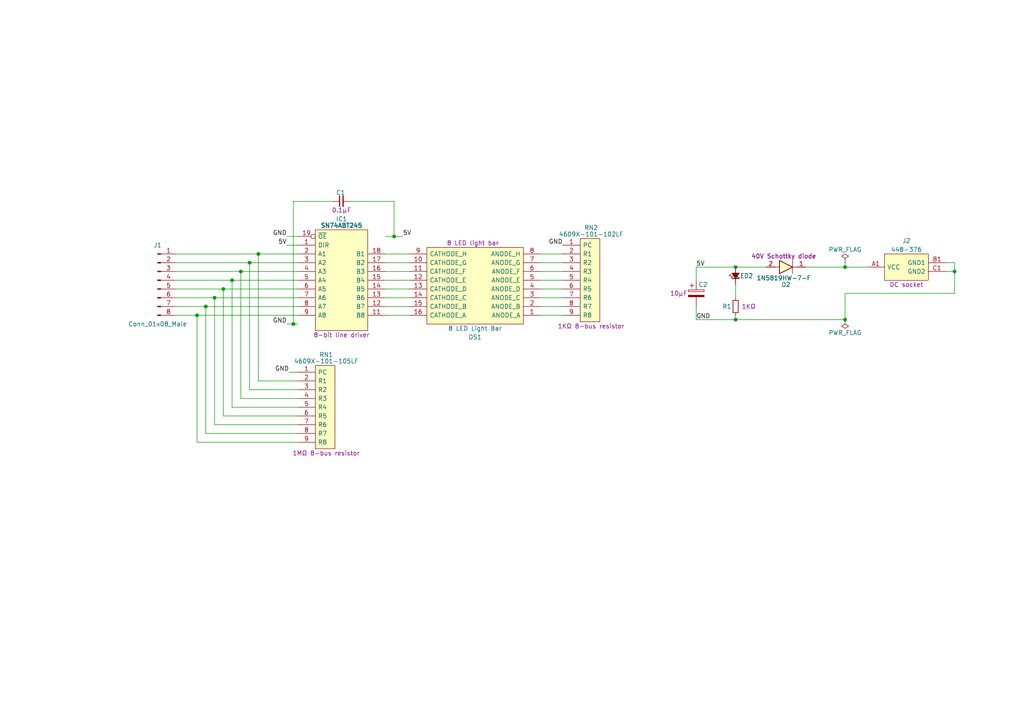
<source format=kicad_sch>
(kicad_sch (version 20211123) (generator eeschema)
  (paper "A4")
  (lib_symbols
    (symbol "Bourns:4609X-101-102LF" (pin_names (offset 0.762))
      (property "Reference" "RN" (at 8.255 5.08 0))
      (property "Value" "4609X-101-102LF" (at 8.255 3.175 0))
      (property "Description" "1KΩ 8-bus resistor" (at 8.255 -23.495 0))
      (symbol "4609X-101-102LF_0_0"
        (pin passive line (at 0 0 0) (length 5.08) (name "PC") (number "1"))
        (pin passive line (at 0 -2.54 0) (length 5.08) (name "R1") (number "2"))
        (pin passive line (at 0 -5.08 0) (length 5.08) (name "R2") (number "3"))
        (pin passive line (at 0 -7.62 0) (length 5.08) (name "R3") (number "4"))
        (pin passive line (at 0 -10.16 0) (length 5.08) (name "R4") (number "5"))
        (pin passive line (at 0 -12.7 0) (length 5.08) (name "R5") (number "6"))
        (pin passive line (at 0 -15.24 0) (length 5.08) (name "R6") (number "7"))
        (pin passive line (at 0 -17.78 0) (length 5.08) (name "R7") (number "8"))
        (pin passive line (at 0 -20.32 0) (length 5.08) (name "R8") (number "9"))
      )
      (symbol "4609X-101-102LF_0_1"
        (polyline (pts (xy 5.08 1.905) (xy 10.795 1.905) (xy 10.795 -22.225) (xy 5.08 -22.225) (xy 5.08 1.905)) (stroke (width 0.1524)) (fill (type background)))
      )
    )
    (symbol "Bourns:4609X-101-105LF" (pin_names (offset 0.762))
      (property "Reference" "RN" (at 8.255 5.08 0))
      (property "Value" "4609X-101-105LF" (at 8.255 3.175 0))
      (property "Description" "1MΩ 8-bus resistor" (at 8.255 -23.495 0))
      (symbol "4609X-101-105LF_0_0"
        (pin passive line (at 0 0 0) (length 5.08) (name "PC") (number "1"))
        (pin passive line (at 0 -2.54 0) (length 5.08) (name "R1") (number "2"))
        (pin passive line (at 0 -5.08 0) (length 5.08) (name "R2") (number "3"))
        (pin passive line (at 0 -7.62 0) (length 5.08) (name "R3") (number "4"))
        (pin passive line (at 0 -10.16 0) (length 5.08) (name "R4") (number "5"))
        (pin passive line (at 0 -12.7 0) (length 5.08) (name "R5") (number "6"))
        (pin passive line (at 0 -15.24 0) (length 5.08) (name "R6") (number "7"))
        (pin passive line (at 0 -17.78 0) (length 5.08) (name "R7") (number "8"))
        (pin passive line (at 0 -20.32 0) (length 5.08) (name "R8") (number "9"))
      )
      (symbol "4609X-101-105LF_0_1"
        (polyline (pts (xy 5.08 1.905) (xy 10.795 1.905) (xy 10.795 -22.225) (xy 5.08 -22.225) (xy 5.08 1.905)) (stroke (width 0.1524)) (fill (type background)))
      )
    )
    (symbol "Connector:Conn_01x08_Male" (pin_names (offset 1.016) hide)
      (property "Reference" "J" (at 0 10.16 0))
      (property "Value" "Conn_01x08_Male" (at 0 -12.7 0))
      (symbol "Conn_01x08_Male_1_1"
        (polyline (pts (xy 1.27 -10.16) (xy 0.8636 -10.16)) (stroke (width 0.1524)))
        (polyline (pts (xy 1.27 -7.62) (xy 0.8636 -7.62)) (stroke (width 0.1524)))
        (polyline (pts (xy 1.27 -5.08) (xy 0.8636 -5.08)) (stroke (width 0.1524)))
        (polyline (pts (xy 1.27 -2.54) (xy 0.8636 -2.54)) (stroke (width 0.1524)))
        (polyline (pts (xy 1.27 0) (xy 0.8636 0)) (stroke (width 0.1524)))
        (polyline (pts (xy 1.27 2.54) (xy 0.8636 2.54)) (stroke (width 0.1524)))
        (polyline (pts (xy 1.27 5.08) (xy 0.8636 5.08)) (stroke (width 0.1524)))
        (polyline (pts (xy 1.27 7.62) (xy 0.8636 7.62)) (stroke (width 0.1524)))
        (rectangle (start 0.8636 -10.033) (end 0 -10.287) (stroke (width 0.1524)) (fill (type outline)))
        (rectangle (start 0.8636 -7.493) (end 0 -7.747) (stroke (width 0.1524)) (fill (type outline)))
        (rectangle (start 0.8636 -4.953) (end 0 -5.207) (stroke (width 0.1524)) (fill (type outline)))
        (rectangle (start 0.8636 -2.413) (end 0 -2.667) (stroke (width 0.1524)) (fill (type outline)))
        (rectangle (start 0.8636 0.127) (end 0 -0.127) (stroke (width 0.1524)) (fill (type outline)))
        (rectangle (start 0.8636 2.667) (end 0 2.413) (stroke (width 0.1524)) (fill (type outline)))
        (rectangle (start 0.8636 5.207) (end 0 4.953) (stroke (width 0.1524)) (fill (type outline)))
        (rectangle (start 0.8636 7.747) (end 0 7.493) (stroke (width 0.1524)) (fill (type outline)))
        (pin passive line (at 5.08 7.62 180) (length 3.81) (name "Pin_1") (number "1"))
        (pin passive line (at 5.08 5.08 180) (length 3.81) (name "Pin_2") (number "2"))
        (pin passive line (at 5.08 2.54 180) (length 3.81) (name "Pin_3") (number "3"))
        (pin passive line (at 5.08 0 180) (length 3.81) (name "Pin_4") (number "4"))
        (pin passive line (at 5.08 -2.54 180) (length 3.81) (name "Pin_5") (number "5"))
        (pin passive line (at 5.08 -5.08 180) (length 3.81) (name "Pin_6") (number "6"))
        (pin passive line (at 5.08 -7.62 180) (length 3.81) (name "Pin_7") (number "7"))
        (pin passive line (at 5.08 -10.16 180) (length 3.81) (name "Pin_8") (number "8"))
      )
    )
    (symbol "Device:C_Polarized" (pin_numbers hide) (pin_names (offset 0.254))
      (property "Reference" "C" (at 0.635 2.54 0))
      (property "Value" "C_Polarized" (at 0.635 -2.54 0))
      (symbol "C_Polarized_0_1"
        (rectangle (start -2.286 0.508) (end 2.286 1.016))
        (polyline (pts (xy -1.778 2.286) (xy -0.762 2.286)))
        (polyline (pts (xy -1.27 2.794) (xy -1.27 1.778)))
        (rectangle (start 2.286 -0.508) (end -2.286 -1.016) (fill (type outline)))
      )
      (symbol "C_Polarized_1_1"
        (pin passive line (at 0 3.81 270) (length 2.794) (name "~") (number "1"))
        (pin passive line (at 0 -3.81 90) (length 2.794) (name "~") (number "2"))
      )
    )
    (symbol "Device:LED_Small_Filled" (pin_numbers hide) (pin_names (offset 0.254) hide)
      (property "Reference" "D" (at -1.27 3.175 0))
      (property "Value" "LED_Small_Filled" (at -4.445 -2.54 0))
      (symbol "LED_Small_Filled_0_1"
        (polyline (pts (xy -0.762 -1.016) (xy -0.762 1.016)) (stroke (width 0.254)))
        (polyline (pts (xy 1.016 0) (xy -0.762 0)))
        (polyline (pts (xy 0.762 -1.016) (xy -0.762 0) (xy 0.762 1.016) (xy 0.762 -1.016)) (stroke (width 0.254)) (fill (type outline)))
        (polyline (pts (xy 0 0.762) (xy -0.508 1.27) (xy -0.254 1.27) (xy -0.508 1.27) (xy -0.508 1.016)))
        (polyline (pts (xy 0.508 1.27) (xy 0 1.778) (xy 0.254 1.778) (xy 0 1.778) (xy 0 1.524)))
      )
      (symbol "LED_Small_Filled_1_1"
        (pin passive line (at -2.54 0 0) (length 1.778) (name "K") (number "1"))
        (pin passive line (at 2.54 0 180) (length 1.778) (name "A") (number "2"))
      )
    )
    (symbol "Diodes_Inc:1N5819HW-7-F" (pin_names (offset 0.762))
      (property "Reference" "D" (at 5.715 5.08 0))
      (property "Value" "1N5819HW-7-F" (at 6.35 3.175 0))
      (property "Description" "40V Schottky diode" (at 6.35 -3.175 0))
      (symbol "1N5819HW-7-F_0_0"
        (pin passive line (at 0 0 0) (length 2.54) (name "~") (number "1"))
        (pin passive line (at 11.43 0 180) (length 2.54) (name "~") (number "2"))
      )
      (symbol "1N5819HW-7-F_0_1"
        (polyline (pts (xy 2.54 0) (xy 3.81 0)) (stroke (width 0.1524)))
        (polyline (pts (xy 3.81 1.905) (xy 3.81 -1.905)) (stroke (width 0.1524)))
        (polyline (pts (xy 7.62 0) (xy 8.89 0)) (stroke (width 0.1524)))
        (polyline (pts (xy 3.81 0) (xy 7.62 1.905) (xy 7.62 -1.905) (xy 3.81 0)) (stroke (width 0.254)) (fill (type background)))
      )
    )
    (symbol "HCP65:C_0805" (pin_numbers hide) (pin_names (offset 0.254) hide)
      (property "Reference" "C" (at 2.286 2.54 0))
      (property "Description" "?μF" (at 2.54 -2.54 0))
      (symbol "C_0805_0_1"
        (polyline (pts (xy 1.9685 -1.4605) (xy 1.9685 1.5875)) (stroke (width 0.3048)))
        (polyline (pts (xy 2.9845 -1.4605) (xy 2.9845 1.5875)) (stroke (width 0.3302)))
      )
      (symbol "C_0805_1_1"
        (pin passive line (at 0 0 0) (length 2.032) (name "~") (number "1"))
        (pin passive line (at 5.08 0 180) (length 2.032) (name "~") (number "2"))
      )
    )
    (symbol "HCP65:R_0805" (pin_numbers hide) (pin_names hide)
      (property "Reference" "R" (at 2.54 1.778 0))
      (property "Description" "?Ω" (at 2.54 -2.032 0))
      (symbol "R_0805_0_1"
        (rectangle (start 0.762 0.762) (end 4.318 -0.762) (stroke (width 0.2032)))
      )
      (symbol "R_0805_1_1"
        (pin passive line (at 0 0 0) (length 0.72) (name "~") (number "1"))
        (pin passive line (at 5.08 0 180) (length 0.72) (name "~") (number "2"))
      )
    )
    (symbol "Osram:8 LED Light Bar" (pin_names (offset 0.762))
      (property "Reference" "DS" (at 19.05 6.35 0))
      (property "Value" "8 LED Light Bar" (at 19.05 3.81 0))
      (property "Description" "8 LED light bar" (at 19.685 -20.955 0))
      (symbol "8 LED Light Bar_0_0"
        (pin passive line (at 0 0 0) (length 5.08) (name "ANODE_A") (number "1"))
        (pin passive line (at 38.1 -15.24 180) (length 5.08) (name "CATHODE_G") (number "10"))
        (pin passive line (at 38.1 -12.7 180) (length 5.08) (name "CATHODE_F") (number "11"))
        (pin passive line (at 38.1 -10.16 180) (length 5.08) (name "CATHODE_E") (number "12"))
        (pin passive line (at 38.1 -7.62 180) (length 5.08) (name "CATHODE_D") (number "13"))
        (pin passive line (at 38.1 -5.08 180) (length 5.08) (name "CATHODE_C") (number "14"))
        (pin passive line (at 38.1 -2.54 180) (length 5.08) (name "CATHODE_B") (number "15"))
        (pin passive line (at 38.1 0 180) (length 5.08) (name "CATHODE_A") (number "16"))
        (pin passive line (at 0 -2.54 0) (length 5.08) (name "ANODE_B") (number "2"))
        (pin passive line (at 0 -5.08 0) (length 5.08) (name "ANODE_C") (number "3"))
        (pin passive line (at 0 -7.62 0) (length 5.08) (name "ANODE_D") (number "4"))
        (pin passive line (at 0 -10.16 0) (length 5.08) (name "ANODE_E") (number "5"))
        (pin passive line (at 0 -12.7 0) (length 5.08) (name "ANODE_F") (number "6"))
        (pin passive line (at 0 -15.24 0) (length 5.08) (name "ANODE_G") (number "7"))
        (pin passive line (at 0 -17.78 0) (length 5.08) (name "ANODE_H") (number "8"))
        (pin passive line (at 38.1 -17.78 180) (length 5.08) (name "CATHODE_H") (number "9"))
      )
      (symbol "8 LED Light Bar_0_1"
        (polyline (pts (xy 5.08 2.54) (xy 33.02 2.54) (xy 33.02 -19.685) (xy 5.08 -19.685) (xy 5.08 2.54)) (stroke (width 0.1524)) (fill (type background)))
      )
    )
    (symbol "RS_Components:448-376" (pin_names (offset 0.762))
      (property "Reference" "J" (at 11.43 6.35 0))
      (property "Value" "448-376" (at 11.43 3.81 0))
      (property "Description" "DC socket" (at 11.43 -6.35 0))
      (symbol "448-376_0_0"
        (pin passive line (at 0 -1.27 0) (length 5.08) (name "VCC") (number "A1"))
        (pin passive line (at 22.86 0 180) (length 5.08) (name "GND1") (number "B1"))
        (pin passive line (at 22.86 -2.54 180) (length 5.08) (name "GND2") (number "C1"))
      )
      (symbol "448-376_0_1"
        (polyline (pts (xy 5.08 2.54) (xy 17.78 2.54) (xy 17.78 -5.08) (xy 5.08 -5.08) (xy 5.08 2.54)) (stroke (width 0.1524)) (fill (type background)))
      )
    )
    (symbol "Texas_Instruments:SN74ABT245BDBR" (pin_names (offset 0.762))
      (property "Reference" "IC" (at 12.7 5.08 0))
      (property "Value" "SN74ABT245BDBR" (at 12.7 3.175 0))
      (property "Description" "8-bit line driver" (at 12.7 -28.575 0))
      (symbol "SN74ABT245BDBR_0_0"
        (pin input line (at 0 -2.54 0) (length 5.08) (name "DIR") (number "1"))
        (pin passive line (at 0 -25.4 0) (length 5.08) hide (name "GND") (number "10"))
        (pin bidirectional line (at 25.4 -22.86 180) (length 5.08) (name "B8") (number "11"))
        (pin bidirectional line (at 25.4 -20.32 180) (length 5.08) (name "B7") (number "12"))
        (pin bidirectional line (at 25.4 -17.78 180) (length 5.08) (name "B6") (number "13"))
        (pin bidirectional line (at 25.4 -15.24 180) (length 5.08) (name "B5") (number "14"))
        (pin bidirectional line (at 25.4 -12.7 180) (length 5.08) (name "B4") (number "15"))
        (pin bidirectional line (at 25.4 -10.16 180) (length 5.08) (name "B3") (number "16"))
        (pin bidirectional line (at 25.4 -7.62 180) (length 5.08) (name "B2") (number "17"))
        (pin bidirectional line (at 25.4 -5.08 180) (length 5.08) (name "B1") (number "18"))
        (pin input inverted (at 0 0 0) (length 5.08) (name "~{OE}") (number "19"))
        (pin bidirectional line (at 0 -5.08 0) (length 5.08) (name "A1") (number "2"))
        (pin passive line (at 25.4 0 180) (length 5.08) hide (name "5V") (number "20"))
        (pin bidirectional line (at 0 -7.62 0) (length 5.08) (name "A2") (number "3"))
        (pin bidirectional line (at 0 -10.16 0) (length 5.08) (name "A3") (number "4"))
        (pin bidirectional line (at 0 -12.7 0) (length 5.08) (name "A4") (number "5"))
        (pin bidirectional line (at 0 -15.24 0) (length 5.08) (name "A5") (number "6"))
        (pin bidirectional line (at 0 -17.78 0) (length 5.08) (name "A6") (number "7"))
        (pin bidirectional line (at 0 -20.32 0) (length 5.08) (name "A7") (number "8"))
        (pin bidirectional line (at 0 -22.86 0) (length 5.08) (name "A8") (number "9"))
      )
      (symbol "SN74ABT245BDBR_0_1"
        (polyline (pts (xy 5.08 1.905) (xy 20.32 1.905) (xy 20.32 -27.305) (xy 5.08 -27.305) (xy 5.08 1.905)) (stroke (width 0.1524)) (fill (type background)))
      )
    )
    (symbol "power:PWR_FLAG" (power) (pin_numbers hide) (pin_names (offset 0) hide)
      (property "Value" "PWR_FLAG" (at 0 3.81 0))
      (symbol "PWR_FLAG_0_0"
        (pin power_out line (at 0 0 90) (length 0) (name "pwr") (number "1"))
      )
      (symbol "PWR_FLAG_0_1"
        (polyline (pts (xy 0 0) (xy 0 1.27) (xy -1.016 1.905) (xy 0 2.54) (xy 1.016 1.905) (xy 0 1.27)))
      )
    )
  )
  (junction (at 59.69 88.9))
  (junction (at 213.36 77.47))
  (junction (at 64.77 83.82))
  (junction (at 69.85 78.74))
  (junction (at 72.39 76.2))
  (junction (at 67.31 81.28))
  (junction (at 74.93 73.66))
  (junction (at 276.86 78.74))
  (junction (at 213.36 92.71))
  (junction (at 114.3 68.58))
  (junction (at 245.11 77.47))
  (junction (at 62.23 86.36))
  (junction (at 245.11 92.71))
  (junction (at 57.15 91.44))
  (junction (at 85.09 93.98))
  (wire (pts (xy 118.745 76.2) (xy 111.76 76.2)))
  (wire (pts (xy 233.68 77.47) (xy 245.11 77.47)))
  (wire (pts (xy 245.11 92.71) (xy 213.36 92.71)))
  (wire (pts (xy 213.36 92.71) (xy 213.36 91.44)))
  (wire (pts (xy 57.15 91.44) (xy 86.36 91.44)))
  (wire (pts (xy 72.39 76.2) (xy 86.36 76.2)))
  (wire (pts (xy 163.195 73.66) (xy 156.845 73.66)))
  (wire (pts (xy 114.3 58.42) (xy 114.3 68.58)))
  (wire (pts (xy 74.93 110.49) (xy 86.36 110.49)))
  (wire (pts (xy 62.23 123.19) (xy 62.23 86.36)))
  (wire (pts (xy 62.23 123.19) (xy 86.36 123.19)))
  (wire (pts (xy 276.86 78.74) (xy 276.86 85.09)))
  (wire (pts (xy 57.15 128.27) (xy 57.15 91.44)))
  (wire (pts (xy 163.195 91.44) (xy 156.845 91.44)))
  (wire (pts (xy 69.85 115.57) (xy 86.36 115.57)))
  (wire (pts (xy 245.11 76.2) (xy 245.11 77.47)))
  (wire (pts (xy 83.185 93.98) (xy 85.09 93.98)))
  (wire (pts (xy 118.745 91.44) (xy 111.76 91.44)))
  (wire (pts (xy 50.8 73.66) (xy 74.93 73.66)))
  (wire (pts (xy 69.85 115.57) (xy 69.85 78.74)))
  (wire (pts (xy 64.77 120.65) (xy 64.77 83.82)))
  (wire (pts (xy 118.745 78.74) (xy 111.76 78.74)))
  (wire (pts (xy 74.93 73.66) (xy 86.36 73.66)))
  (wire (pts (xy 72.39 113.03) (xy 72.39 76.2)))
  (wire (pts (xy 276.86 76.2) (xy 274.32 76.2)))
  (wire (pts (xy 67.31 118.11) (xy 86.36 118.11)))
  (wire (pts (xy 83.185 71.12) (xy 86.36 71.12)))
  (wire (pts (xy 62.23 86.36) (xy 86.36 86.36)))
  (wire (pts (xy 118.745 88.9) (xy 111.76 88.9)))
  (wire (pts (xy 163.195 88.9) (xy 156.845 88.9)))
  (wire (pts (xy 118.745 73.66) (xy 111.76 73.66)))
  (wire (pts (xy 276.86 85.09) (xy 245.11 85.09)))
  (wire (pts (xy 213.36 82.55) (xy 213.36 86.36)))
  (wire (pts (xy 50.8 76.2) (xy 72.39 76.2)))
  (wire (pts (xy 50.8 86.36) (xy 62.23 86.36)))
  (wire (pts (xy 118.745 83.82) (xy 111.76 83.82)))
  (wire (pts (xy 163.195 81.28) (xy 156.845 81.28)))
  (wire (pts (xy 69.85 78.74) (xy 86.36 78.74)))
  (wire (pts (xy 245.11 77.47) (xy 251.46 77.47)))
  (wire (pts (xy 50.8 78.74) (xy 69.85 78.74)))
  (wire (pts (xy 59.69 125.73) (xy 59.69 88.9)))
  (wire (pts (xy 163.195 86.36) (xy 156.845 86.36)))
  (wire (pts (xy 50.8 83.82) (xy 64.77 83.82)))
  (wire (pts (xy 85.09 93.98) (xy 86.36 93.98)))
  (wire (pts (xy 163.195 83.82) (xy 156.845 83.82)))
  (wire (pts (xy 67.31 118.11) (xy 67.31 81.28)))
  (wire (pts (xy 85.09 58.42) (xy 85.09 93.98)))
  (wire (pts (xy 64.77 120.65) (xy 86.36 120.65)))
  (wire (pts (xy 163.195 76.2) (xy 156.845 76.2)))
  (wire (pts (xy 276.86 76.2) (xy 276.86 78.74)))
  (wire (pts (xy 201.93 92.71) (xy 201.93 88.9)))
  (wire (pts (xy 83.82 107.95) (xy 86.36 107.95)))
  (wire (pts (xy 59.69 88.9) (xy 86.36 88.9)))
  (wire (pts (xy 59.69 125.73) (xy 86.36 125.73)))
  (wire (pts (xy 50.8 81.28) (xy 67.31 81.28)))
  (wire (pts (xy 50.8 91.44) (xy 57.15 91.44)))
  (wire (pts (xy 245.11 85.09) (xy 245.11 92.71)))
  (wire (pts (xy 118.745 81.28) (xy 111.76 81.28)))
  (wire (pts (xy 118.745 86.36) (xy 111.76 86.36)))
  (wire (pts (xy 276.86 78.74) (xy 274.32 78.74)))
  (wire (pts (xy 163.195 78.74) (xy 156.845 78.74)))
  (wire (pts (xy 114.3 68.58) (xy 116.84 68.58)))
  (wire (pts (xy 64.77 83.82) (xy 86.36 83.82)))
  (wire (pts (xy 67.31 81.28) (xy 86.36 81.28)))
  (wire (pts (xy 57.15 128.27) (xy 86.36 128.27)))
  (wire (pts (xy 74.93 110.49) (xy 74.93 73.66)))
  (wire (pts (xy 213.36 77.47) (xy 222.25 77.47)))
  (wire (pts (xy 111.76 68.58) (xy 114.3 68.58)))
  (wire (pts (xy 201.93 77.47) (xy 201.93 81.28)))
  (wire (pts (xy 101.6 58.42) (xy 114.3 58.42)))
  (wire (pts (xy 72.39 113.03) (xy 86.36 113.03)))
  (wire (pts (xy 213.36 92.71) (xy 201.93 92.71)))
  (wire (pts (xy 59.69 88.9) (xy 50.8 88.9)))
  (wire (pts (xy 85.09 58.42) (xy 96.52 58.42)))
  (wire (pts (xy 201.93 77.47) (xy 213.36 77.47)))
  (wire (pts (xy 83.185 68.58) (xy 86.36 68.58)))
  (label "GND" (at 163.195 71.12 180))
  (label "GND" (at 83.82 107.95 180))
  (label "5V" (at 83.185 71.12 180))
  (label "5V" (at 201.93 77.47 0))
  (label "GND" (at 201.93 92.71 0))
  (label "GND" (at 83.185 68.58 180))
  (label "5V" (at 116.84 68.58 0))
  (label "GND" (at 83.185 93.98 180))
  (symbol (lib_id "Bourns:4609X-101-102LF") (at 163.195 71.12 0) (unit 1)
    (property "Reference" "RN2" (at 171.45 66.04 0))
    (property "Value" "4609X-101-102LF" (at 171.45 67.945 0))
    (property "Footprint" "SamacSys_Parts:4609X" (effects hide))
    (property "Datasheet" "https://www.mouser.com/datasheet/2/54/4600x-776645.pdf" (effects hide))
    (property "Description" "1KΩ 8-bus resistor" (at 171.45 94.615 0))
    (property "Height" "5.08" (effects hide))
    (property "Manufacturer_Name" "Bourns" (effects hide))
    (property "Manufacturer_Part_Number" "4609X-101-102LF" (effects hide))
    (property "Mouser Part Number" "652-4609X-1LF-1K" (effects hide))
    (property "Mouser Price/Stock" "https://www.mouser.co.uk/ProductDetail/Bourns/4609X-101-102LF?qs=nFt9sTYf7TAKYPPrg1sLvw%3D%3D" (effects hide))
    (property "Arrow Part Number" "4609X-101-102LF" (effects hide))
    (property "Arrow Price/Stock" "https://www.arrow.com/en/products/4609x-101-102lf/bourns?region=europe" (effects hide))
  )
  (symbol (lib_id "power:PWR_FLAG") (at 245.11 92.71 180) (unit 1)
    (property "Reference" "#FLG04" (effects hide))
    (property "Value" "PWR_FLAG" (at 245.11 96.52 0))
  )
  (symbol (lib_id "Texas_Instruments:SN74ABT245BDBR") (at 86.36 68.58 0) (unit 1)
    (property "Reference" "IC1" (at 99.06 63.5 0))
    (property "Value" "SN74ABT245" (at 99.06 65.405 0) (effects (font bold)))
    (property "Footprint" "SOP65P780X200-20N" (effects hide))
    (property "Datasheet" "http://www.ti.com/lit/gpn/sn74abt245b" (effects hide))
    (property "Description" "8-bit line driver" (at 99.06 97.155 0))
    (property "Height" "2" (effects hide))
    (property "Manufacturer_Name" "Texas Instruments" (effects hide))
    (property "Manufacturer_Part_Number" "SN74ABT245BDBR" (effects hide))
    (property "Mouser Part Number" "595-SN74ABT245BDBR" (effects hide))
    (property "Mouser Price/Stock" "https://www.mouser.co.uk/ProductDetail/Texas-Instruments/SN74ABT245BDBR?qs=5nGYs9Do7G0kvriH65mtcg%3D%3D" (effects hide))
    (property "Arrow Part Number" "SN74ABT245BDBR" (effects hide))
    (property "Arrow Price/Stock" "https://www.arrow.com/en/products/sn74abt245bdbr/texas-instruments" (effects hide))
  )
  (symbol (lib_id "Device:LED_Small_Filled") (at 213.36 80.01 90) (unit 1)
    (property "Reference" "LED2" (at 218.44 80.01 90) (effects (justify left)))
    (property "Value" "LED_Small_Filled" (effects hide))
    (property "Footprint" "SamacSys_Parts:LED_D5.0mm" (effects hide))
  )
  (symbol (lib_id "Osram:8 LED Light Bar") (at 156.845 91.44 180) (unit 1)
    (property "Reference" "DS1" (at 137.795 97.79 0))
    (property "Value" "8 LED Light Bar" (at 137.795 95.25 0))
    (property "Footprint" "SamacSys_Parts:DIP8LEDBAR" (effects hide))
    (property "Datasheet" "https://datasheet.datasheetarchive.com/originals/distributors/Datasheets-6/DSA-115789.pdf" (effects hide))
    (property "Description" "8 LED light bar" (at 137.16 70.485 0))
    (property "Height" "6.35" (effects hide))
    (property "Manufacturer_Name" "Avago Technologies" (effects hide))
    (property "Manufacturer_Part_Number" "HDSP-4830" (effects hide))
    (property "Mouser Part Number" "630-HDSP-4830" (effects hide))
    (property "Mouser Price/Stock" "https://www.mouser.co.uk/ProductDetail/Broadcom-Avago/HDSP-4830?qs=pQfy5%252BKCabIzUgkQ3%2FJOEw%3D%3D" (effects hide))
  )
  (symbol (lib_id "HCP65:C_0805") (at 96.52 58.42 0) (unit 1)
    (property "Reference" "C1" (at 98.806 55.88 0))
    (property "Value" "C_0805" (effects hide))
    (property "Footprint" "SamacSys_Parts:C_0805" (effects hide))
    (property "Description" "0.1μF" (at 99.06 60.96 0))
  )
  (symbol (lib_id "Device:C_Polarized") (at 201.93 85.09 0) (unit 1)
    (property "Reference" "C2" (at 202.565 82.55 0) (effects (justify left)))
    (property "Value" "C_Polarized" (effects hide))
    (property "Footprint" "Capacitor_THT:CP_Radial_D4.0mm_P1.50mm" (effects hide))
    (property "Description" "10μF" (at 196.85 85.09 0))
  )
  (symbol (lib_id "Connector:Conn_01x08_Male") (at 45.72 81.28 0) (unit 1)
    (property "Reference" "J1" (at 45.72 71.12 0))
    (property "Value" "Conn_01x08_Male" (at 45.72 93.98 0))
    (property "Footprint" "Connector_PinHeader_2.54mm:PinHeader_1x08_P2.54mm_Vertical" (effects hide))
  )
  (symbol (lib_id "power:PWR_FLAG") (at 245.11 76.2 0) (unit 1)
    (property "Reference" "#FLG03" (effects hide))
    (property "Value" "PWR_FLAG" (at 245.11 72.39 0))
  )
  (symbol (lib_id "Diodes_Inc:1N5819HW-7-F") (at 233.68 77.47 180) (unit 1)
    (property "Reference" "D2" (at 227.965 82.55 0))
    (property "Value" "1N5819HW-7-F" (at 227.33 80.645 0))
    (property "Footprint" "SOD3716X145N" (effects hide))
    (property "Datasheet" "https://datasheet.datasheetarchive.com/originals/distributors/Datasheets-DGA23/1390892.pdf" (effects hide))
    (property "Description" "40V Schottky diode" (at 227.33 74.295 0))
    (property "Height" "1.45" (effects hide))
    (property "Manufacturer_Name" "Diodes Inc." (effects hide))
    (property "Manufacturer_Part_Number" "1N5819HW-7-F" (effects hide))
    (property "Mouser Part Number" "621-1N5819HW-F" (effects hide))
    (property "Mouser Price/Stock" "https://www.mouser.co.uk/ProductDetail/Diodes-Incorporated/1N5819HW-7-F?qs=NQ47qNm99eDyWTEd07miYA%3D%3D" (effects hide))
    (property "Arrow Part Number" "1N5819HW-7-F" (effects hide))
    (property "Arrow Price/Stock" "https://www.arrow.com/en/products/1n5819hw-7-f/diodes-incorporated" (effects hide))
    (property "Silkscreen" "1N5819" (effects hide))
  )
  (symbol (lib_id "Bourns:4609X-101-105LF") (at 86.36 107.95 0) (unit 1)
    (property "Reference" "RN1" (at 94.615 102.87 0))
    (property "Value" "4609X-101-105LF" (at 94.615 104.775 0))
    (property "Footprint" "SamacSys_Parts:4609X" (effects hide))
    (property "Datasheet" "https://www.bourns.com/pdfs/4600X.pdf" (effects hide))
    (property "Description" "1MΩ 8-bus resistor" (at 94.615 131.445 0))
    (property "Manufacturer_Name" "Bourns" (effects hide))
    (property "Manufacturer_Part_Number" "4609X-101-105LF" (effects hide))
    (property "Mouser Part Number" "652-4609X-1LF-1M" (effects hide))
    (property "Mouser Price/Stock" "https://www.mouser.com/Search/Refine.aspx?Keyword=652-4609X-1LF-1M" (effects hide))
    (property "Arrow Part Number" "4609X-101-105LF" (effects hide))
    (property "Arrow Price/Stock" "https://www.arrow.com/en/products/4609x-101-105lf/bourns?region=europe" (effects hide))
  )
  (symbol (lib_id "HCP65:R_0805") (at 213.36 91.44 90) (unit 1)
    (property "Reference" "R1" (at 210.82 88.9 90))
    (property "Value" "R_0805" (effects hide))
    (property "Footprint" "SamacSys_Parts:R_0805" (effects hide))
    (property "Description" "1KΩ" (at 217.17 88.9 90))
  )
  (symbol (lib_id "RS_Components:448-376") (at 251.46 76.2 0) (unit 1)
    (property "Reference" "J2" (at 262.89 69.85 0))
    (property "Value" "448-376" (at 262.89 72.39 0))
    (property "Footprint" "448376" (effects hide))
    (property "Datasheet" "https://docs.rs-online.com/902a/0900766b81582446.pdf" (effects hide))
    (property "Description" "DC socket" (at 262.89 82.55 0))
    (property "Height" "11" (effects hide))
    (property "Manufacturer_Name" "RS Components" (effects hide))
    (property "Manufacturer_Part_Number" "448-376" (effects hide))
  )
)
</source>
